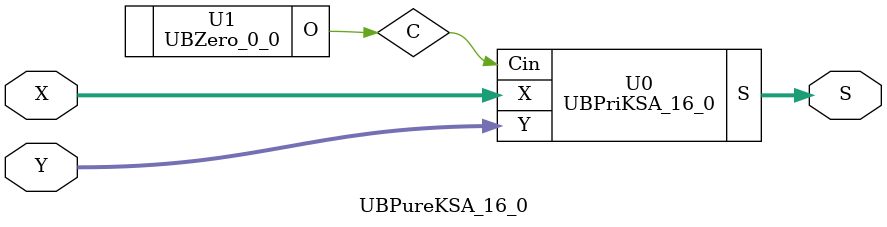
<source format=v>
/*----------------------------------------------------------------------------
  Copyright (c) 2021 Homma laboratory. All rights reserved.

  Top module: UBKSA_16_0_16_0

  Operand-1 length: 17
  Operand-2 length: 17
  Two-operand addition algorithm: Kogge-Stone adder
----------------------------------------------------------------------------*/

module GPGenerator(Go, Po, A, B);
  output Go;
  output Po;
  input A;
  input B;
  assign Go = A & B;
  assign Po = A ^ B;
endmodule

module CarryOperator(Go, Po, Gi1, Pi1, Gi2, Pi2);
  output Go;
  output Po;
  input Gi1;
  input Gi2;
  input Pi1;
  input Pi2;
  assign Go = Gi1 | ( Gi2 & Pi1 );
  assign Po = Pi1 & Pi2;
endmodule

module UBPriKSA_16_0(S, X, Y, Cin);
  output [17:0] S;
  input Cin;
  input [16:0] X;
  input [16:0] Y;
  wire [16:0] G0;
  wire [16:0] G1;
  wire [16:0] G2;
  wire [16:0] G3;
  wire [16:0] G4;
  wire [16:0] G5;
  wire [16:0] P0;
  wire [16:0] P1;
  wire [16:0] P2;
  wire [16:0] P3;
  wire [16:0] P4;
  wire [16:0] P5;
  assign P1[0] = P0[0];
  assign G1[0] = G0[0];
  assign P2[0] = P1[0];
  assign G2[0] = G1[0];
  assign P2[1] = P1[1];
  assign G2[1] = G1[1];
  assign P3[0] = P2[0];
  assign G3[0] = G2[0];
  assign P3[1] = P2[1];
  assign G3[1] = G2[1];
  assign P3[2] = P2[2];
  assign G3[2] = G2[2];
  assign P3[3] = P2[3];
  assign G3[3] = G2[3];
  assign P4[0] = P3[0];
  assign G4[0] = G3[0];
  assign P4[1] = P3[1];
  assign G4[1] = G3[1];
  assign P4[2] = P3[2];
  assign G4[2] = G3[2];
  assign P4[3] = P3[3];
  assign G4[3] = G3[3];
  assign P4[4] = P3[4];
  assign G4[4] = G3[4];
  assign P4[5] = P3[5];
  assign G4[5] = G3[5];
  assign P4[6] = P3[6];
  assign G4[6] = G3[6];
  assign P4[7] = P3[7];
  assign G4[7] = G3[7];
  assign P5[0] = P4[0];
  assign G5[0] = G4[0];
  assign P5[1] = P4[1];
  assign G5[1] = G4[1];
  assign P5[2] = P4[2];
  assign G5[2] = G4[2];
  assign P5[3] = P4[3];
  assign G5[3] = G4[3];
  assign P5[4] = P4[4];
  assign G5[4] = G4[4];
  assign P5[5] = P4[5];
  assign G5[5] = G4[5];
  assign P5[6] = P4[6];
  assign G5[6] = G4[6];
  assign P5[7] = P4[7];
  assign G5[7] = G4[7];
  assign P5[8] = P4[8];
  assign G5[8] = G4[8];
  assign P5[9] = P4[9];
  assign G5[9] = G4[9];
  assign P5[10] = P4[10];
  assign G5[10] = G4[10];
  assign P5[11] = P4[11];
  assign G5[11] = G4[11];
  assign P5[12] = P4[12];
  assign G5[12] = G4[12];
  assign P5[13] = P4[13];
  assign G5[13] = G4[13];
  assign P5[14] = P4[14];
  assign G5[14] = G4[14];
  assign P5[15] = P4[15];
  assign G5[15] = G4[15];
  assign S[0] = Cin ^ P0[0];
  assign S[1] = ( G5[0] | ( P5[0] & Cin ) ) ^ P0[1];
  assign S[2] = ( G5[1] | ( P5[1] & Cin ) ) ^ P0[2];
  assign S[3] = ( G5[2] | ( P5[2] & Cin ) ) ^ P0[3];
  assign S[4] = ( G5[3] | ( P5[3] & Cin ) ) ^ P0[4];
  assign S[5] = ( G5[4] | ( P5[4] & Cin ) ) ^ P0[5];
  assign S[6] = ( G5[5] | ( P5[5] & Cin ) ) ^ P0[6];
  assign S[7] = ( G5[6] | ( P5[6] & Cin ) ) ^ P0[7];
  assign S[8] = ( G5[7] | ( P5[7] & Cin ) ) ^ P0[8];
  assign S[9] = ( G5[8] | ( P5[8] & Cin ) ) ^ P0[9];
  assign S[10] = ( G5[9] | ( P5[9] & Cin ) ) ^ P0[10];
  assign S[11] = ( G5[10] | ( P5[10] & Cin ) ) ^ P0[11];
  assign S[12] = ( G5[11] | ( P5[11] & Cin ) ) ^ P0[12];
  assign S[13] = ( G5[12] | ( P5[12] & Cin ) ) ^ P0[13];
  assign S[14] = ( G5[13] | ( P5[13] & Cin ) ) ^ P0[14];
  assign S[15] = ( G5[14] | ( P5[14] & Cin ) ) ^ P0[15];
  assign S[16] = ( G5[15] | ( P5[15] & Cin ) ) ^ P0[16];
  assign S[17] = G5[16] | ( P5[16] & Cin );
  GPGenerator U0 (G0[0], P0[0], X[0], Y[0]);
  GPGenerator U1 (G0[1], P0[1], X[1], Y[1]);
  GPGenerator U2 (G0[2], P0[2], X[2], Y[2]);
  GPGenerator U3 (G0[3], P0[3], X[3], Y[3]);
  GPGenerator U4 (G0[4], P0[4], X[4], Y[4]);
  GPGenerator U5 (G0[5], P0[5], X[5], Y[5]);
  GPGenerator U6 (G0[6], P0[6], X[6], Y[6]);
  GPGenerator U7 (G0[7], P0[7], X[7], Y[7]);
  GPGenerator U8 (G0[8], P0[8], X[8], Y[8]);
  GPGenerator U9 (G0[9], P0[9], X[9], Y[9]);
  GPGenerator U10 (G0[10], P0[10], X[10], Y[10]);
  GPGenerator U11 (G0[11], P0[11], X[11], Y[11]);
  GPGenerator U12 (G0[12], P0[12], X[12], Y[12]);
  GPGenerator U13 (G0[13], P0[13], X[13], Y[13]);
  GPGenerator U14 (G0[14], P0[14], X[14], Y[14]);
  GPGenerator U15 (G0[15], P0[15], X[15], Y[15]);
  GPGenerator U16 (G0[16], P0[16], X[16], Y[16]);
  CarryOperator U17 (G1[1], P1[1], G0[1], P0[1], G0[0], P0[0]);
  CarryOperator U18 (G1[2], P1[2], G0[2], P0[2], G0[1], P0[1]);
  CarryOperator U19 (G1[3], P1[3], G0[3], P0[3], G0[2], P0[2]);
  CarryOperator U20 (G1[4], P1[4], G0[4], P0[4], G0[3], P0[3]);
  CarryOperator U21 (G1[5], P1[5], G0[5], P0[5], G0[4], P0[4]);
  CarryOperator U22 (G1[6], P1[6], G0[6], P0[6], G0[5], P0[5]);
  CarryOperator U23 (G1[7], P1[7], G0[7], P0[7], G0[6], P0[6]);
  CarryOperator U24 (G1[8], P1[8], G0[8], P0[8], G0[7], P0[7]);
  CarryOperator U25 (G1[9], P1[9], G0[9], P0[9], G0[8], P0[8]);
  CarryOperator U26 (G1[10], P1[10], G0[10], P0[10], G0[9], P0[9]);
  CarryOperator U27 (G1[11], P1[11], G0[11], P0[11], G0[10], P0[10]);
  CarryOperator U28 (G1[12], P1[12], G0[12], P0[12], G0[11], P0[11]);
  CarryOperator U29 (G1[13], P1[13], G0[13], P0[13], G0[12], P0[12]);
  CarryOperator U30 (G1[14], P1[14], G0[14], P0[14], G0[13], P0[13]);
  CarryOperator U31 (G1[15], P1[15], G0[15], P0[15], G0[14], P0[14]);
  CarryOperator U32 (G1[16], P1[16], G0[16], P0[16], G0[15], P0[15]);
  CarryOperator U33 (G2[2], P2[2], G1[2], P1[2], G1[0], P1[0]);
  CarryOperator U34 (G2[3], P2[3], G1[3], P1[3], G1[1], P1[1]);
  CarryOperator U35 (G2[4], P2[4], G1[4], P1[4], G1[2], P1[2]);
  CarryOperator U36 (G2[5], P2[5], G1[5], P1[5], G1[3], P1[3]);
  CarryOperator U37 (G2[6], P2[6], G1[6], P1[6], G1[4], P1[4]);
  CarryOperator U38 (G2[7], P2[7], G1[7], P1[7], G1[5], P1[5]);
  CarryOperator U39 (G2[8], P2[8], G1[8], P1[8], G1[6], P1[6]);
  CarryOperator U40 (G2[9], P2[9], G1[9], P1[9], G1[7], P1[7]);
  CarryOperator U41 (G2[10], P2[10], G1[10], P1[10], G1[8], P1[8]);
  CarryOperator U42 (G2[11], P2[11], G1[11], P1[11], G1[9], P1[9]);
  CarryOperator U43 (G2[12], P2[12], G1[12], P1[12], G1[10], P1[10]);
  CarryOperator U44 (G2[13], P2[13], G1[13], P1[13], G1[11], P1[11]);
  CarryOperator U45 (G2[14], P2[14], G1[14], P1[14], G1[12], P1[12]);
  CarryOperator U46 (G2[15], P2[15], G1[15], P1[15], G1[13], P1[13]);
  CarryOperator U47 (G2[16], P2[16], G1[16], P1[16], G1[14], P1[14]);
  CarryOperator U48 (G3[4], P3[4], G2[4], P2[4], G2[0], P2[0]);
  CarryOperator U49 (G3[5], P3[5], G2[5], P2[5], G2[1], P2[1]);
  CarryOperator U50 (G3[6], P3[6], G2[6], P2[6], G2[2], P2[2]);
  CarryOperator U51 (G3[7], P3[7], G2[7], P2[7], G2[3], P2[3]);
  CarryOperator U52 (G3[8], P3[8], G2[8], P2[8], G2[4], P2[4]);
  CarryOperator U53 (G3[9], P3[9], G2[9], P2[9], G2[5], P2[5]);
  CarryOperator U54 (G3[10], P3[10], G2[10], P2[10], G2[6], P2[6]);
  CarryOperator U55 (G3[11], P3[11], G2[11], P2[11], G2[7], P2[7]);
  CarryOperator U56 (G3[12], P3[12], G2[12], P2[12], G2[8], P2[8]);
  CarryOperator U57 (G3[13], P3[13], G2[13], P2[13], G2[9], P2[9]);
  CarryOperator U58 (G3[14], P3[14], G2[14], P2[14], G2[10], P2[10]);
  CarryOperator U59 (G3[15], P3[15], G2[15], P2[15], G2[11], P2[11]);
  CarryOperator U60 (G3[16], P3[16], G2[16], P2[16], G2[12], P2[12]);
  CarryOperator U61 (G4[8], P4[8], G3[8], P3[8], G3[0], P3[0]);
  CarryOperator U62 (G4[9], P4[9], G3[9], P3[9], G3[1], P3[1]);
  CarryOperator U63 (G4[10], P4[10], G3[10], P3[10], G3[2], P3[2]);
  CarryOperator U64 (G4[11], P4[11], G3[11], P3[11], G3[3], P3[3]);
  CarryOperator U65 (G4[12], P4[12], G3[12], P3[12], G3[4], P3[4]);
  CarryOperator U66 (G4[13], P4[13], G3[13], P3[13], G3[5], P3[5]);
  CarryOperator U67 (G4[14], P4[14], G3[14], P3[14], G3[6], P3[6]);
  CarryOperator U68 (G4[15], P4[15], G3[15], P3[15], G3[7], P3[7]);
  CarryOperator U69 (G4[16], P4[16], G3[16], P3[16], G3[8], P3[8]);
  CarryOperator U70 (G5[16], P5[16], G4[16], P4[16], G4[0], P4[0]);
endmodule

module UBZero_0_0(O);
  output [0:0] O;
  assign O[0] = 0;
endmodule

module UBKSA_16_0_16_0 (S, X, Y);
  output [17:0] S;
  input [16:0] X;
  input [16:0] Y;
  UBPureKSA_16_0 U0 (S[17:0], X[16:0], Y[16:0]);
endmodule

module UBPureKSA_16_0 (S, X, Y);
  output [17:0] S;
  input [16:0] X;
  input [16:0] Y;
  wire C;
  UBPriKSA_16_0 U0 (S, X, Y, C);
  UBZero_0_0 U1 (C);
endmodule


</source>
